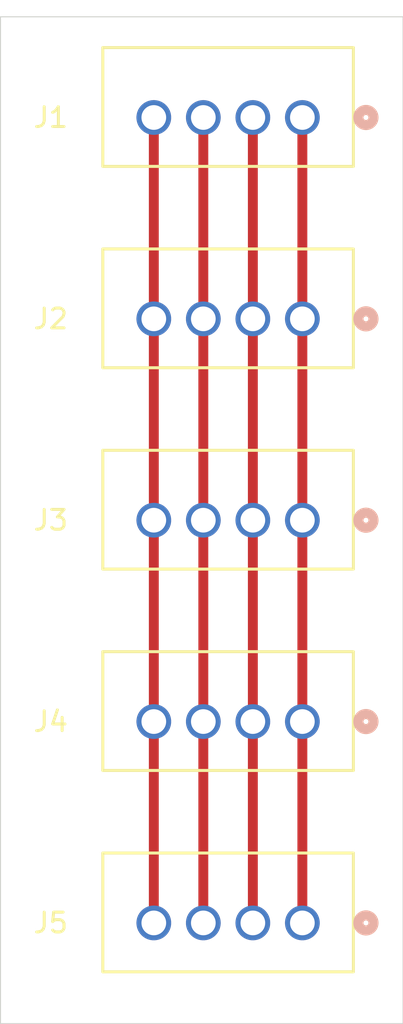
<source format=kicad_pcb>
(kicad_pcb (version 20240108) (generator "pcbnew") (generator_version "8.0")
  (layers (0 "F.Cu" signal) (31 "B.Cu" signal) (34 "B.Paste" user) (35 "F.Paste" user) (36 "B.SilkS" user "B.Silkscreen") (37 "F.SilkS" user "F.Silkscreen") (38 "B.Mask" user) (39 "F.Mask" user) (44 "Edge.Cuts" user))
  (net 0 "")
  (net 1 "+5V")
  (net 2 "Net-(J1-Pad4)")
  (net 3 "Net-(J1-Pad3)")
  (net 4 "GND")
  (footprint "Ivan Hawkes:CONN_B4B-XH-A_JST" (layer "F.Cu") (at 43.06 73.66)
    (property "Reference" "J5" (at -12.7 0 0) (layer "F.SilkS"))
    (property "Value" "B4B-XH-A")
    (fp_circle (center 3.2096 0) (end 3.5906 0) (stroke (width 0.508)) (fill none) (layer "B.SilkS"))
    (fp_line (start -10.0746 -3.527001) (end -10.0746 2.467399) (stroke (width 0.1524)) (layer "F.SilkS"))
    (fp_line (start -10.0746 2.467399) (end 2.5746 2.467399) (stroke (width 0.1524)) (layer "F.SilkS"))
    (fp_line (start 2.5746 -3.527001) (end -10.0746 -3.527001) (stroke (width 0.1524)) (layer "F.SilkS"))
    (fp_line (start 2.5746 2.467399) (end 2.5746 -3.527001) (stroke (width 0.1524)) (layer "F.SilkS"))
    (fp_circle (center 3.2096 0) (end 3.5906 0) (stroke (width 0.508)) (fill none) (layer "F.SilkS"))
    (pad "1" thru_hole circle (at 0 0) (size 1.7526 1.7526) (drill 1.2446) (layers "*.Cu" "*.Mask") (net 4 "GND"))
    (pad "2" thru_hole circle (at -2.5 0) (size 1.7526 1.7526) (drill 1.2446) (layers "*.Cu" "*.Mask") (net 1 "+5V"))
    (pad "3" thru_hole circle (at -5 0) (size 1.7526 1.7526) (drill 1.2446) (layers "*.Cu" "*.Mask") (net 3 "Net-(J1-Pad3)"))
    (pad "4" thru_hole circle (at -7.5 0) (size 1.7526 1.7526) (drill 1.2446) (layers "*.Cu" "*.Mask") (net 2 "Net-(J1-Pad4)"))
  )
  (footprint "Ivan Hawkes:CONN_B4B-XH-A_JST" (layer "F.Cu") (at 43.06 43.18)
    (property "Reference" "J2" (at -12.7 0 0) (layer "F.SilkS"))
    (property "Value" "B4B-XH-A")
    (fp_circle (center 3.2096 0) (end 3.5906 0) (stroke (width 0.508)) (fill none) (layer "B.SilkS"))
    (fp_line (start -10.0746 -3.527001) (end -10.0746 2.467399) (stroke (width 0.1524)) (layer "F.SilkS"))
    (fp_line (start -10.0746 2.467399) (end 2.5746 2.467399) (stroke (width 0.1524)) (layer "F.SilkS"))
    (fp_line (start 2.5746 -3.527001) (end -10.0746 -3.527001) (stroke (width 0.1524)) (layer "F.SilkS"))
    (fp_line (start 2.5746 2.467399) (end 2.5746 -3.527001) (stroke (width 0.1524)) (layer "F.SilkS"))
    (fp_circle (center 3.2096 0) (end 3.5906 0) (stroke (width 0.508)) (fill none) (layer "F.SilkS"))
    (pad "1" thru_hole circle (at 0 0) (size 1.7526 1.7526) (drill 1.2446) (layers "*.Cu" "*.Mask") (net 4 "GND"))
    (pad "2" thru_hole circle (at -2.5 0) (size 1.7526 1.7526) (drill 1.2446) (layers "*.Cu" "*.Mask") (net 1 "+5V"))
    (pad "3" thru_hole circle (at -5 0) (size 1.7526 1.7526) (drill 1.2446) (layers "*.Cu" "*.Mask") (net 3 "Net-(J1-Pad3)"))
    (pad "4" thru_hole circle (at -7.5 0) (size 1.7526 1.7526) (drill 1.2446) (layers "*.Cu" "*.Mask") (net 2 "Net-(J1-Pad4)"))
  )
  (footprint "Ivan Hawkes:CONN_B4B-XH-A_JST" (layer "F.Cu") (at 43.06 33.02)
    (property "Reference" "J1" (at -12.7 0 0) (layer "F.SilkS"))
    (property "Value" "B4B-XH-A")
    (fp_circle (center 3.2096 0) (end 3.5906 0) (stroke (width 0.508)) (fill none) (layer "B.SilkS"))
    (fp_line (start -10.0746 -3.527001) (end -10.0746 2.467399) (stroke (width 0.1524)) (layer "F.SilkS"))
    (fp_line (start -10.0746 2.467399) (end 2.5746 2.467399) (stroke (width 0.1524)) (layer "F.SilkS"))
    (fp_line (start 2.5746 -3.527001) (end -10.0746 -3.527001) (stroke (width 0.1524)) (layer "F.SilkS"))
    (fp_line (start 2.5746 2.467399) (end 2.5746 -3.527001) (stroke (width 0.1524)) (layer "F.SilkS"))
    (fp_circle (center 3.2096 0) (end 3.5906 0) (stroke (width 0.508)) (fill none) (layer "F.SilkS"))
    (pad "1" thru_hole circle (at 0 0) (size 1.7526 1.7526) (drill 1.2446) (layers "*.Cu" "*.Mask") (net 4 "GND"))
    (pad "2" thru_hole circle (at -2.5 0) (size 1.7526 1.7526) (drill 1.2446) (layers "*.Cu" "*.Mask") (net 1 "+5V"))
    (pad "3" thru_hole circle (at -5 0) (size 1.7526 1.7526) (drill 1.2446) (layers "*.Cu" "*.Mask") (net 3 "Net-(J1-Pad3)"))
    (pad "4" thru_hole circle (at -7.5 0) (size 1.7526 1.7526) (drill 1.2446) (layers "*.Cu" "*.Mask") (net 2 "Net-(J1-Pad4)"))
  )
  (footprint "Ivan Hawkes:CONN_B4B-XH-A_JST" (layer "F.Cu") (at 43.06 53.34)
    (property "Reference" "J3" (at -12.7 0 0) (layer "F.SilkS"))
    (property "Value" "B4B-XH-A" (hide yes))
    (fp_circle (center 3.2096 0) (end 3.5906 0) (stroke (width 0.508)) (fill none) (layer "B.SilkS"))
    (fp_line (start -10.0746 -3.527001) (end -10.0746 2.467399) (stroke (width 0.1524)) (layer "F.SilkS"))
    (fp_line (start -10.0746 2.467399) (end 2.5746 2.467399) (stroke (width 0.1524)) (layer "F.SilkS"))
    (fp_line (start 2.5746 -3.527001) (end -10.0746 -3.527001) (stroke (width 0.1524)) (layer "F.SilkS"))
    (fp_line (start 2.5746 2.467399) (end 2.5746 -3.527001) (stroke (width 0.1524)) (layer "F.SilkS"))
    (fp_circle (center 3.2096 0) (end 3.5906 0) (stroke (width 0.508)) (fill none) (layer "F.SilkS"))
    (pad "1" thru_hole circle (at 0 0) (size 1.7526 1.7526) (drill 1.2446) (layers "*.Cu" "*.Mask") (net 4 "GND"))
    (pad "2" thru_hole circle (at -2.5 0) (size 1.7526 1.7526) (drill 1.2446) (layers "*.Cu" "*.Mask") (net 1 "+5V"))
    (pad "3" thru_hole circle (at -5 0) (size 1.7526 1.7526) (drill 1.2446) (layers "*.Cu" "*.Mask") (net 3 "Net-(J1-Pad3)"))
    (pad "4" thru_hole circle (at -7.5 0) (size 1.7526 1.7526) (drill 1.2446) (layers "*.Cu" "*.Mask") (net 2 "Net-(J1-Pad4)"))
  )
  (footprint "Ivan Hawkes:CONN_B4B-XH-A_JST" (layer "F.Cu") (at 43.06 63.5)
    (property "Reference" "J4" (at -12.7 0 0) (layer "F.SilkS"))
    (property "Value" "B4B-XH-A" (hide yes))
    (fp_circle (center 3.2096 0) (end 3.5906 0) (stroke (width 0.508)) (fill none) (layer "B.SilkS"))
    (fp_line (start -10.0746 -3.527001) (end -10.0746 2.467399) (stroke (width 0.1524)) (layer "F.SilkS"))
    (fp_line (start -10.0746 2.467399) (end 2.5746 2.467399) (stroke (width 0.1524)) (layer "F.SilkS"))
    (fp_line (start 2.5746 -3.527001) (end -10.0746 -3.527001) (stroke (width 0.1524)) (layer "F.SilkS"))
    (fp_line (start 2.5746 2.467399) (end 2.5746 -3.527001) (stroke (width 0.1524)) (layer "F.SilkS"))
    (fp_circle (center 3.2096 0) (end 3.5906 0) (stroke (width 0.508)) (fill none) (layer "F.SilkS"))
    (pad "1" thru_hole circle (at 0 0) (size 1.7526 1.7526) (drill 1.2446) (layers "*.Cu" "*.Mask") (net 4 "GND"))
    (pad "2" thru_hole circle (at -2.5 0) (size 1.7526 1.7526) (drill 1.2446) (layers "*.Cu" "*.Mask") (net 1 "+5V"))
    (pad "3" thru_hole circle (at -5 0) (size 1.7526 1.7526) (drill 1.2446) (layers "*.Cu" "*.Mask") (net 3 "Net-(J1-Pad3)"))
    (pad "4" thru_hole circle (at -7.5 0) (size 1.7526 1.7526) (drill 1.2446) (layers "*.Cu" "*.Mask") (net 2 "Net-(J1-Pad4)"))
  )
  (gr_rect (start 27.82 27.94) (end 48.14 78.74) (stroke (width 0.05)) (fill none) (layer "Edge.Cuts"))
  (segment (start 40.56 43.18) (end 40.56 53.34) (width 0.5) (layer "F.Cu") (net 1))
  (segment (start 40.56 53.34) (end 40.56 63.5) (width 0.5) (layer "F.Cu") (net 1))
  (segment (start 40.56 63.5) (end 40.56 73.66) (width 0.5) (layer "F.Cu") (net 1))
  (segment (start 40.56 33.02) (end 40.56 43.18) (width 0.5) (layer "F.Cu") (net 1))
  (segment (start 35.56 43.18) (end 35.56 53.34) (width 0.5) (layer "F.Cu") (net 2))
  (segment (start 35.56 63.5) (end 35.56 73.66) (width 0.5) (layer "F.Cu") (net 2))
  (segment (start 35.56 33.02) (end 35.56 43.18) (width 0.5) (layer "F.Cu") (net 2))
  (segment (start 35.56 53.34) (end 35.56 63.5) (width 0.5) (layer "F.Cu") (net 2))
  (segment (start 38.06 53.34) (end 38.06 63.5) (width 0.5) (layer "F.Cu") (net 3))
  (segment (start 38.06 33.02) (end 38.06 43.18) (width 0.5) (layer "F.Cu") (net 3))
  (segment (start 38.06 43.18) (end 38.06 53.34) (width 0.5) (layer "F.Cu") (net 3))
  (segment (start 38.06 63.5) (end 38.06 73.66) (width 0.5) (layer "F.Cu") (net 3))
  (segment (start 43.06 63.5) (end 43.06 73.66) (width 0.5) (layer "F.Cu") (net 4))
  (segment (start 43.06 43.18) (end 43.06 53.34) (width 0.5) (layer "F.Cu") (net 4))
  (segment (start 43.06 53.34) (end 43.06 63.5) (width 0.5) (layer "F.Cu") (net 4))
  (segment (start 43.06 33.02) (end 43.06 43.18) (width 0.5) (layer "F.Cu") (net 4))
)
</source>
